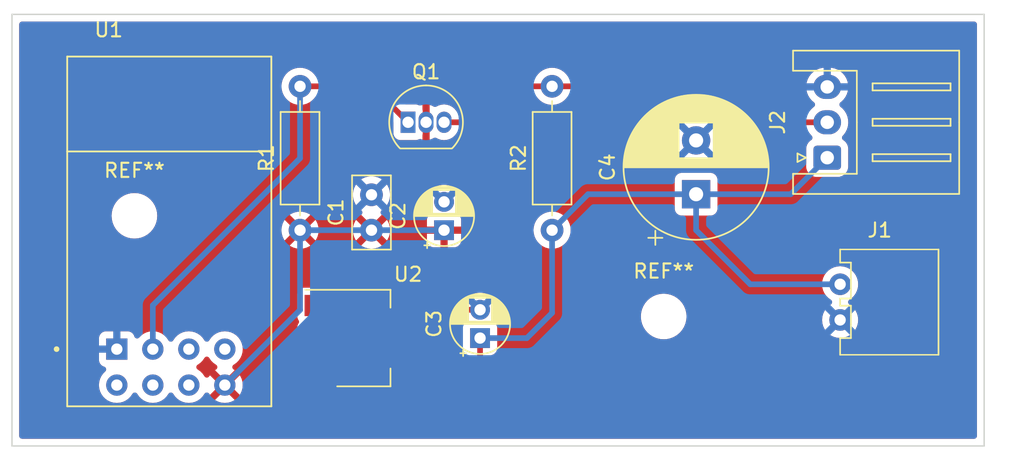
<source format=kicad_pcb>
(kicad_pcb (version 20211014) (generator pcbnew)
  (layers (0 "F.Cu" signal) (31 "B.Cu" signal) (34 "B.Paste" user) (35 "F.Paste" user) (36 "B.SilkS" user "B.Silkscreen") (37 "F.SilkS" user "F.Silkscreen") (38 "B.Mask" user) (39 "F.Mask" user) (44 "Edge.Cuts" user))
  (net 0 "")
  (net 1 "+3V3")
  (net 2 "GND")
  (net 3 "DataHigh")
  (net 4 "DataLow")
  (net 5 "+5V")
  (footprint "ESP8266-01_ESP-01:XCVR_ESP8266-01_ESP-01" (layer "F.Cu") (at 122.965 88.99)
    (fp_text reference "U1" (at -4.385 -14.235) (layer "F.SilkS"))
    (fp_text value "ESP8266-01/ESP-01")
    (fp_line (start 7.09 12.35) (end -7.31 12.35) (layer "F.SilkS") (width 0.127))
    (fp_line (start -7.31 12.35) (end -7.31 -5.65) (layer "F.SilkS") (width 0.127))
    (fp_line (start 7.09 -5.65) (end -7.31 -5.65) (layer "F.SilkS") (width 0.127))
    (fp_line (start -7.31 -5.65) (end -7.31 -12.35) (layer "F.SilkS") (width 0.127))
    (fp_line (start 7.09 -5.65) (end 7.09 12.35) (layer "F.SilkS") (width 0.127))
    (fp_line (start -7.31 -12.35) (end 7.09 -12.35) (layer "F.SilkS") (width 0.127))
    (fp_line (start 7.09 -12.35) (end 7.09 -5.65) (layer "F.SilkS") (width 0.127))
    (fp_circle (center -8.06 8.31) (end -7.96 8.31) (layer "F.SilkS") (width 0.2) (fill none))
    (pad "1" thru_hole rect locked (at -3.81 8.31) (size 1.5 1.5) (drill 0.8) (layers *.Cu *.Mask) (net 2 "GND"))
    (pad "2" thru_hole circle locked (at -1.27 8.31) (size 1.5 1.5) (drill 0.8) (layers *.Cu *.Mask) (net 4 "DataLow"))
    (pad "3" thru_hole circle locked (at 1.27 8.31) (size 1.5 1.5) (drill 0.8) (layers *.Cu *.Mask))
    (pad "4" thru_hole circle locked (at 3.81 8.31) (size 1.5 1.5) (drill 0.8) (layers *.Cu *.Mask))
    (pad "5" thru_hole circle locked (at -3.81 10.85) (size 1.5 1.5) (drill 0.8) (layers *.Cu *.Mask))
    (pad "6" thru_hole circle locked (at -1.27 10.85) (size 1.5 1.5) (drill 0.8) (layers *.Cu *.Mask))
    (pad "7" thru_hole circle locked (at 1.27 10.85) (size 1.5 1.5) (drill 0.8) (layers *.Cu *.Mask))
    (pad "8" thru_hole circle locked (at 3.81 10.85) (size 1.5 1.5) (drill 0.8) (layers *.Cu *.Mask) (net 1 "+3V3"))
    (zone (net 0) (net_name "") (layer "F.Cu") (connect_pads (clearance 0)) (min_thickness 0.01)
      (keepout (tracks not_allowed) (vias not_allowed) (pads not_allowed) (copperpour not_allowed) (footprints allowed))
      (fill (thermal_gap 0.508) (thermal_bridge_width 0.508))
      (polygon (pts (xy 115.655 76.64) (xy 130.055 76.64) (xy 130.055 83.34) (xy 115.655 83.34)))
    )
  )
  (footprint "MountingHole:MountingHole_2.2mm_M2" (layer "F.Cu") (at 120.396 87.884)
    (fp_text reference "REF**" (at 0 -3.2) (layer "F.SilkS"))
    (fp_text value "MountingHole_2.2mm_M2")
    (pad "" np_thru_hole circle (at 0 0) (size 2.2 2.2) (drill 2.2) (layers *.Cu *.Mask))
  )
  (footprint "Connector_JST:JST_XH_S3B-XH-A_1x03_P2.50mm_Horizontal" (layer "F.Cu") (at 169.27 83.78 90)
    (fp_text reference "J2" (at 2.5 -3.5 90) (layer "F.SilkS"))
    (fp_text value "WS2812")
    (fp_line (start 2.25 3.2) (end 2.25 8.7) (layer "F.SilkS") (width 0.12))
    (fp_line (start 2.75 8.7) (end 2.75 3.2) (layer "F.SilkS") (width 0.12))
    (fp_line (start 0.25 3.2) (end -0.25 3.2) (layer "F.SilkS") (width 0.12))
    (fp_line (start 0.3 -2.1) (end 0 -1.5) (layer "F.SilkS") (width 0.12))
    (fp_line (start 5.25 8.7) (end 5.25 3.2) (layer "F.SilkS") (width 0.12))
    (fp_line (start -0.25 3.2) (end -0.25 8.7) (layer "F.SilkS") (width 0.12))
    (fp_line (start -0.25 8.7) (end 0.25 8.7) (layer "F.SilkS") (width 0.12))
    (fp_line (start 4.75 8.7) (end 5.25 8.7) (layer "F.SilkS") (width 0.12))
    (fp_line (start 0 -1.5) (end -0.3 -2.1) (layer "F.SilkS") (width 0.12))
    (fp_line (start 4.75 3.2) (end 4.75 8.7) (layer "F.SilkS") (width 0.12))
    (fp_line (start -0.3 -2.1) (end 0.3 -2.1) (layer "F.SilkS") (width 0.12))
    (fp_line (start -1.14 2.09) (end 2.5 2.09) (layer "F.SilkS") (width 0.12))
    (fp_line (start 7.56 -2.41) (end 6.14 -2.41) (layer "F.SilkS") (width 0.12))
    (fp_line (start 2.25 8.7) (end 2.75 8.7) (layer "F.SilkS") (width 0.12))
    (fp_line (start 7.56 9.31) (end 7.56 -2.41) (layer "F.SilkS") (width 0.12))
    (fp_line (start 6.14 -2.41) (end 6.14 2.09) (layer "F.SilkS") (width 0.12))
    (fp_line (start 6.14 2.09) (end 2.5 2.09) (layer "F.SilkS") (width 0.12))
    (fp_line (start 5.25 3.2) (end 4.75 3.2) (layer "F.SilkS") (width 0.12))
    (fp_line (start -1.14 -2.41) (end -1.14 2.09) (layer "F.SilkS") (width 0.12))
    (fp_line (start 2.5 9.31) (end 7.56 9.31) (layer "F.SilkS") (width 0.12))
    (fp_line (start -2.56 -2.41) (end -1.14 -2.41) (layer "F.SilkS") (width 0.12))
    (fp_line (start 0.25 8.7) (end 0.25 3.2) (layer "F.SilkS") (width 0.12))
    (fp_line (start 2.5 9.31) (end -2.56 9.31) (layer "F.SilkS") (width 0.12))
    (fp_line (start -2.56 9.31) (end -2.56 -2.41) (layer "F.SilkS") (width 0.12))
    (fp_line (start 2.75 3.2) (end 2.25 3.2) (layer "F.SilkS") (width 0.12))
    (pad "1" thru_hole roundrect (at 0 0 90) (size 1.7 1.95) (drill 0.95) (layers *.Cu *.Mask) (roundrect_rratio 0.1470588235) (net 5 "+5V"))
    (pad "2" thru_hole oval (at 2.5 0 90) (size 1.7 1.95) (drill 0.95) (layers *.Cu *.Mask) (net 3 "DataHigh"))
    (pad "3" thru_hole oval (at 5 0 90) (size 1.7 1.95) (drill 0.95) (layers *.Cu *.Mask) (net 2 "GND"))
  )
  (footprint "connector_initeq:JST_XH_initeq_1_02_p2_50" (layer "F.Cu") (at 170.18 93.98)
    (fp_text reference "J1" (at 2.794 -5.08 unlocked) (layer "F.SilkS"))
    (fp_text value "DC Regulated 5V SMPS")
    (fp_line (start 0 -0.254) (end 0 0.254) (layer "F.SilkS") (width 0.12))
    (fp_line (start 0.762 -2.794) (end 0.762 -0.254) (layer "F.SilkS") (width 0.12))
    (fp_line (start 0 -3.72) (end 0 -2.794) (layer "F.SilkS") (width 0.12))
    (fp_line (start 0.762 0.254) (end 0.762 2.54) (layer "F.SilkS") (width 0.12))
    (fp_line (start 6.94 -3.72) (end 6.94 3.72) (layer "F.SilkS") (width 0.12))
    (fp_line (start 0.762 -0.254) (end 0 -0.254) (layer "F.SilkS") (width 0.12))
    (fp_line (start 0 0.254) (end 0.762 0.254) (layer "F.SilkS") (width 0.12))
    (fp_line (start 0 3.72) (end 6.94 3.72) (layer "F.SilkS") (width 0.1))
    (fp_line (start 0.762 2.54) (end 0 2.54) (layer "F.SilkS") (width 0.12))
    (fp_line (start 0 2.54) (end 0 3.72) (layer "F.SilkS") (width 0.12))
    (fp_line (start 0 -3.72) (end 6.94 -3.72) (layer "F.SilkS") (width 0.1))
    (fp_line (start 0 -2.794) (end 0.762 -2.794) (layer "F.SilkS") (width 0.12))
    (pad "1" thru_hole circle (at 0 1.26) (size 1.524 1.524) (drill 0.8) (layers *.Cu *.Mask) (net 2 "GND"))
    (pad "2" thru_hole circle (at 0 -1.26) (size 1.524 1.524) (drill 0.8) (layers *.Cu *.Mask) (net 5 "+5V"))
  )
  (footprint "Package_TO_SOT_THT:TO-92_Inline" (layer "F.Cu") (at 139.7 81.28)
    (fp_text reference "Q1" (at 1.27 -3.56) (layer "F.SilkS"))
    (fp_text value "2N7000")
    (fp_line (start -0.53 1.85) (end 3.07 1.85) (layer "F.SilkS") (width 0.12))
    (fp_arc (start 1.27 -2.6) (mid 3.672087 -0.994977) (end 3.108478 1.838478) (layer "F.SilkS") (width 0.12))
    (fp_arc (start -0.568478 1.838478) (mid -1.132087 -0.994977) (end 1.27 -2.6) (layer "F.SilkS") (width 0.12))
    (pad "1" thru_hole rect (at 0 0) (size 1.05 1.5) (drill 0.8) (layers *.Cu *.Mask) (net 4 "DataLow"))
    (pad "2" thru_hole oval (at 1.27 0) (size 1.05 1.5) (drill 0.8) (layers *.Cu *.Mask) (net 1 "+3V3"))
    (pad "3" thru_hole oval (at 2.54 0) (size 1.05 1.5) (drill 0.8) (layers *.Cu *.Mask) (net 3 "DataHigh"))
  )
  (footprint "Resistor_THT:R_Axial_DIN0207_L6.3mm_D2.5mm_P10.16mm_Horizontal" (layer "F.Cu") (at 149.86 88.9 90)
    (fp_text reference "R2" (at 5.08 -2.37 90) (layer "F.SilkS"))
    (fp_text value "10K")
    (fp_line (start 8.35 -1.37) (end 1.81 -1.37) (layer "F.SilkS") (width 0.12))
    (fp_line (start 1.81 -1.37) (end 1.81 1.37) (layer "F.SilkS") (width 0.12))
    (fp_line (start 1.04 0) (end 1.81 0) (layer "F.SilkS") (width 0.12))
    (fp_line (start 9.12 0) (end 8.35 0) (layer "F.SilkS") (width 0.12))
    (fp_line (start 8.35 1.37) (end 8.35 -1.37) (layer "F.SilkS") (width 0.12))
    (fp_line (start 1.81 1.37) (end 8.35 1.37) (layer "F.SilkS") (width 0.12))
    (pad "1" thru_hole circle (at 0 0 90) (size 1.6 1.6) (drill 0.8) (layers *.Cu *.Mask) (net 5 "+5V"))
    (pad "2" thru_hole oval (at 10.16 0 90) (size 1.6 1.6) (drill 0.8) (layers *.Cu *.Mask) (net 3 "DataHigh"))
  )
  (footprint "Capacitor_THT:CP_Radial_D4.0mm_P2.00mm" (layer "F.Cu") (at 144.78 96.52 90)
    (fp_text reference "C3" (at 1 -3.25 90) (layer "F.SilkS"))
    (fp_text value "10uF")
    (fp_line (start 2.161 -1.735) (end 2.161 -0.84) (layer "F.SilkS") (width 0.12))
    (fp_line (start 2.721 -1.2) (end 2.721 -0.84) (layer "F.SilkS") (width 0.12))
    (fp_line (start 2.201 -1.708) (end 2.201 -0.84) (layer "F.SilkS") (width 0.12))
    (fp_line (start 1.52 0.84) (end 1.52 2.016) (layer "F.SilkS") (width 0.12))
    (fp_line (start 2.641 0.84) (end 2.641 1.304) (layer "F.SilkS") (width 0.12))
    (fp_line (start 1.56 0.84) (end 1.56 2.005) (layer "F.SilkS") (width 0.12))
    (fp_line (start 2.681 -1.254) (end 2.681 -0.84) (layer "F.SilkS") (width 0.12))
    (fp_line (start 1.48 -2.025) (end 1.48 -0.84) (layer "F.SilkS") (width 0.12))
    (fp_line (start 3.041 -0.537) (end 3.041 0.537) (layer "F.SilkS") (width 0.12))
    (fp_line (start 1.4 -2.042) (end 1.4 -0.84) (layer "F.SilkS") (width 0.12))
    (fp_line (start 3.081 -0.37) (end 3.081 0.37) (layer "F.SilkS") (width 0.12))
    (fp_line (start 1.2 -2.071) (end 1.2 -0.84) (layer "F.SilkS") (width 0.12))
    (fp_line (start 1.801 0.84) (end 1.801 1.924) (layer "F.SilkS") (width 0.12))
    (fp_line (start 1.721 0.84) (end 1.721 1.954) (layer "F.SilkS") (width 0.12))
    (fp_line (start 1.64 0.84) (end 1.64 1.982) (layer "F.SilkS") (width 0.12))
    (fp_line (start 2.121 0.84) (end 2.121 1.76) (layer "F.SilkS") (width 0.12))
    (fp_line (start 2.601 0.84) (end 2.601 1.351) (layer "F.SilkS") (width 0.12))
    (fp_line (start 2.761 0.84) (end 2.761 1.142) (layer "F.SilkS") (width 0.12))
    (fp_line (start 1.24 0.84) (end 1.24 2.067) (layer "F.SilkS") (width 0.12))
    (fp_line (start 1.52 -2.016) (end 1.52 -0.84) (layer "F.SilkS") (width 0.12))
    (fp_line (start 2.881 -0.94) (end 2.881 0.94) (layer "F.SilkS") (width 0.12))
    (fp_line (start 2.801 -1.08) (end 2.801 -0.84) (layer "F.SilkS") (width 0.12))
    (fp_line (start 2.441 0.84) (end 2.441 1.516) (layer "F.SilkS") (width 0.12))
    (fp_line (start 1.2 0.84) (end 1.2 2.071) (layer "F.SilkS") (width 0.12))
    (fp_line (start 1.28 -2.062) (end 1.28 -0.84) (layer "F.SilkS") (width 0.12))
    (fp_line (start 1.961 0.84) (end 1.961 1.851) (layer "F.SilkS") (width 0.12))
    (fp_line (start 1.36 0.84) (end 1.36 2.05) (layer "F.SilkS") (width 0.12))
    (fp_line (start 1.36 -2.05) (end 1.36 -0.84) (layer "F.SilkS") (width 0.12))
    (fp_line (start 2.201 0.84) (end 2.201 1.708) (layer "F.SilkS") (width 0.12))
    (fp_line (start 2.681 0.84) (end 2.681 1.254) (layer "F.SilkS") (width 0.12))
    (fp_line (start 1.68 0.84) (end 1.68 1.968) (layer "F.SilkS") (width 0.12))
    (fp_line (start 2.121 -1.76) (end 2.121 -0.84) (layer "F.SilkS") (width 0.12))
    (fp_line (start 1.841 0.84) (end 1.841 1.907) (layer "F.SilkS") (width 0.12))
    (fp_line (start -1.269801 -1.195) (end -0.869801 -1.195) (layer "F.SilkS") (width 0.12))
    (fp_line (start 2.481 0.84) (end 2.481 1.478) (layer "F.SilkS") (width 0.12))
    (fp_line (start 1.04 -2.08) (end 1.04 2.08) (layer "F.SilkS") (width 0.12))
    (fp_line (start -1.069801 -1.395) (end -1.069801 -0.995) (layer "F.SilkS") (width 0.12))
    (fp_line (start 2.961 -0.768) (end 2.961 0.768) (layer "F.SilkS") (width 0.12))
    (fp_line (start 1.44 0.84) (end 1.44 2.034) (layer "F.SilkS") (width 0.12))
    (fp_line (start 2.241 0.84) (end 2.241 1.68) (layer "F.SilkS") (width 0.12))
    (fp_line (start 2.161 0.84) (end 2.161 1.735) (layer "F.SilkS") (width 0.12))
    (fp_line (start 2.641 -1.304) (end 2.641 -0.84) (layer "F.SilkS") (width 0.12))
    (fp_line (start 2.561 -1.396) (end 2.561 -0.84) (layer "F.SilkS") (width 0.12))
    (fp_line (start 1.4 0.84) (end 1.4 2.042) (layer "F.SilkS") (width 0.12))
    (fp_line (start 2.001 0.84) (end 2.001 1.83) (layer "F.SilkS") (width 0.12))
    (fp_line (start 1.801 -1.924) (end 1.801 -0.84) (layer "F.SilkS") (width 0.12))
    (fp_line (start 2.361 -1.587) (end 2.361 -0.84) (layer "F.SilkS") (width 0.12))
    (fp_line (start 2.081 0.84) (end 2.081 1.785) (layer "F.SilkS") (width 0.12))
    (fp_line (start 1.44 -2.034) (end 1.44 -0.84) (layer "F.SilkS") (width 0.12))
    (fp_line (start 1.761 -1.94) (end 1.761 -0.84) (layer "F.SilkS") (width 0.12))
    (fp_line (start 2.441 -1.516) (end 2.441 -0.84) (layer "F.SilkS") (width 0.12))
    (fp_line (start 2.001 -1.83) (end 2.001 -0.84) (layer "F.SilkS") (width 0.12))
    (fp_line (start 2.521 0.84) (end 2.521 1.438) (layer "F.SilkS") (width 0.12))
    (fp_line (start 2.841 -1.013) (end 2.841 1.013) (layer "F.SilkS") (width 0.12))
    (fp_line (start 1.68 -1.968) (end 1.68 -0.84) (layer "F.SilkS") (width 0.12))
    (fp_line (start 1.12 -2.077) (end 1.12 2.077) (layer "F.SilkS") (width 0.12))
    (fp_line (start 1.6 0.84) (end 1.6 1.994) (layer "F.SilkS") (width 0.12))
    (fp_line (start 1.881 -1.889) (end 1.881 -0.84) (layer "F.SilkS") (width 0.12))
    (fp_line (start 3.001 -0.664) (end 3.001 0.664) (layer "F.SilkS") (width 0.12))
    (fp_line (start 2.281 -1.65) (end 2.281 -0.84) (layer "F.SilkS") (width 0.12))
    (fp_line (start 1.761 0.84) (end 1.761 1.94) (layer "F.SilkS") (width 0.12))
    (fp_line (start 1.16 -2.074) (end 1.16 2.074) (layer "F.SilkS") (width 0.12))
    (fp_line (start 2.481 -1.478) (end 2.481 -0.84) (layer "F.SilkS") (width 0.12))
    (fp_line (start 2.601 -1.351) (end 2.601 -0.84) (layer "F.SilkS") (width 0.12))
    (fp_line (start 1.921 -1.87) (end 1.921 -0.84) (layer "F.SilkS") (width 0.12))
    (fp_line (start 2.401 0.84) (end 2.401 1.552) (layer "F.SilkS") (width 0.12))
    (fp_line (start 2.041 -1.808) (end 2.041 -0.84) (layer "F.SilkS") (width 0.12))
    (fp_line (start 2.521 -1.438) (end 2.521 -0.84) (layer "F.SilkS") (width 0.12))
    (fp_line (start 1.32 0.84) (end 1.32 2.056) (layer "F.SilkS") (width 0.12))
    (fp_line (start 1.64 -1.982) (end 1.64 -0.84) (layer "F.SilkS") (width 0.12))
    (fp_line (start 2.241 -1.68) (end 2.241 -0.84) (layer "F.SilkS") (width 0.12))
    (fp_line (start 2.721 0.84) (end 2.721 1.2) (layer "F.SilkS") (width 0.12))
    (fp_line (start 2.361 0.84) (end 2.361 1.587) (layer "F.SilkS") (width 0.12))
    (fp_line (start 2.041 0.84) (end 2.041 1.808) (layer "F.SilkS") (width 0.12))
    (fp_line (start 2.321 -1.619) (end 2.321 -0.84) (layer "F.SilkS") (width 0.12))
    (fp_line (start 2.081 -1.785) (end 2.081 -0.84) (layer "F.SilkS") (width 0.12))
    (fp_line (start 2.281 0.84) (end 2.281 1.65) (layer "F.SilkS") (width 0.12))
    (fp_line (start 2.921 -0.859) (end 2.921 0.859) (layer "F.SilkS") (width 0.12))
    (fp_line (start 1.08 -2.079) (end 1.08 2.079) (layer "F.SilkS") (width 0.12))
    (fp_line (start 1.28 0.84) (end 1.28 2.062) (layer "F.SilkS") (width 0.12))
    (fp_line (start 1.32 -2.056) (end 1.32 -0.84) (layer "F.SilkS") (width 0.12))
    (fp_line (start 1.6 -1.994) (end 1.6 -0.84) (layer "F.SilkS") (width 0.12))
    (fp_line (start 1.961 -1.851) (end 1.961 -0.84) (layer "F.SilkS") (width 0.12))
    (fp_line (start 1.881 0.84) (end 1.881 1.889) (layer "F.SilkS") (width 0.12))
    (fp_line (start 1.24 -2.067) (end 1.24 -0.84) (layer "F.SilkS") (width 0.12))
    (fp_line (start 1.841 -1.907) (end 1.841 -0.84) (layer "F.SilkS") (width 0.12))
    (fp_line (start 1 -2.08) (end 1 2.08) (layer "F.SilkS") (width 0.12))
    (fp_line (start 1.721 -1.954) (end 1.721 -0.84) (layer "F.SilkS") (width 0.12))
    (fp_line (start 1.56 -2.005) (end 1.56 -0.84) (layer "F.SilkS") (width 0.12))
    (fp_line (start 1.48 0.84) (end 1.48 2.025) (layer "F.SilkS") (width 0.12))
    (fp_line (start 2.801 0.84) (end 2.801 1.08) (layer "F.SilkS") (width 0.12))
    (fp_line (start 1.921 0.84) (end 1.921 1.87) (layer "F.SilkS") (width 0.12))
    (fp_line (start 2.561 0.84) (end 2.561 1.396) (layer "F.SilkS") (width 0.12))
    (fp_line (start 2.401 -1.552) (end 2.401 -0.84) (layer "F.SilkS") (width 0.12))
    (fp_line (start 2.761 -1.142) (end 2.761 -0.84) (layer "F.SilkS") (width 0.12))
    (fp_line (start 2.321 0.84) (end 2.321 1.619) (layer "F.SilkS") (width 0.12))
    (fp_circle (center 1 0) (end 3.12 0) (layer "F.SilkS") (width 0.12) (fill none))
    (pad "1" thru_hole rect (at 0 0 90) (size 1.4 1.4) (drill 0.8) (layers *.Cu *.Mask) (net 5 "+5V"))
    (pad "2" thru_hole circle (at 2 0 90) (size 1.4 1.4) (drill 0.8) (layers *.Cu *.Mask) (net 2 "GND"))
  )
  (footprint "Capacitor_THT:C_Disc_D5.0mm_W2.5mm_P2.50mm" (layer "F.Cu") (at 137.12 88.9 90)
    (fp_text reference "C1" (at 1.25 -2.5 90) (layer "F.SilkS"))
    (fp_text value "0.1uF")
    (fp_line (start -1.37 1.37) (end 3.87 1.37) (layer "F.SilkS") (width 0.12))
    (fp_line (start -1.37 -1.37) (end 3.87 -1.37) (layer "F.SilkS") (width 0.12))
    (fp_line (start 3.87 -1.37) (end 3.87 1.37) (layer "F.SilkS") (width 0.12))
    (fp_line (start -1.37 -1.37) (end -1.37 1.37) (layer "F.SilkS") (width 0.12))
    (pad "1" thru_hole circle (at 0 0 90) (size 1.6 1.6) (drill 0.8) (layers *.Cu *.Mask) (net 1 "+3V3"))
    (pad "2" thru_hole circle (at 2.5 0 90) (size 1.6 1.6) (drill 0.8) (layers *.Cu *.Mask) (net 2 "GND"))
  )
  (footprint "Capacitor_THT:CP_Radial_D4.0mm_P2.00mm" (layer "F.Cu") (at 142.24 88.9 90)
    (fp_text reference "C2" (at 1 -3.25 90) (layer "F.SilkS"))
    (fp_text value "10uF")
    (fp_line (start 1.04 -2.08) (end 1.04 2.08) (layer "F.SilkS") (width 0.12))
    (fp_line (start 1.44 -2.034) (end 1.44 -0.84) (layer "F.SilkS") (width 0.12))
    (fp_line (start 2.961 -0.768) (end 2.961 0.768) (layer "F.SilkS") (width 0.12))
    (fp_line (start 2.881 -0.94) (end 2.881 0.94) (layer "F.SilkS") (width 0.12))
    (fp_line (start -1.069801 -1.395) (end -1.069801 -0.995) (layer "F.SilkS") (width 0.12))
    (fp_line (start 2.681 -1.254) (end 2.681 -0.84) (layer "F.SilkS") (width 0.12))
    (fp_line (start 1.16 -2.074) (end 1.16 2.074) (layer "F.SilkS") (width 0.12))
    (fp_line (start 1.801 0.84) (end 1.801 1.924) (layer "F.SilkS") (width 0.12))
    (fp_line (start 2.801 0.84) (end 2.801 1.08) (layer "F.SilkS") (width 0.12))
    (fp_line (start 1.52 -2.016) (end 1.52 -0.84) (layer "F.SilkS") (width 0.12))
    (fp_line (start 2.481 -1.478) (end 2.481 -0.84) (layer "F.SilkS") (width 0.12))
    (fp_line (start 1.32 0.84) (end 1.32 2.056) (layer "F.SilkS") (width 0.12))
    (fp_line (start 1.841 0.84) (end 1.841 1.907) (layer "F.SilkS") (width 0.12))
    (fp_line (start 1.2 -2.071) (end 1.2 -0.84) (layer "F.SilkS") (width 0.12))
    (fp_line (start 2.801 -1.08) (end 2.801 -0.84) (layer "F.SilkS") (width 0.12))
    (fp_line (start 1.761 -1.94) (end 1.761 -0.84) (layer "F.SilkS") (width 0.12))
    (fp_line (start 1.12 -2.077) (end 1.12 2.077) (layer "F.SilkS") (width 0.12))
    (fp_line (start 1.32 -2.056) (end 1.32 -0.84) (layer "F.SilkS") (width 0.12))
    (fp_line (start 1.6 -1.994) (end 1.6 -0.84) (layer "F.SilkS") (width 0.12))
    (fp_line (start 2.081 -1.785) (end 2.081 -0.84) (layer "F.SilkS") (width 0.12))
    (fp_line (start 2.321 0.84) (end 2.321 1.619) (layer "F.SilkS") (width 0.12))
    (fp_line (start 2.441 -1.516) (end 2.441 -0.84) (layer "F.SilkS") (width 0.12))
    (fp_line (start 1.881 0.84) (end 1.881 1.889) (layer "F.SilkS") (width 0.12))
    (fp_line (start 1 -2.08) (end 1 2.08) (layer "F.SilkS") (width 0.12))
    (fp_line (start 1.841 -1.907) (end 1.841 -0.84) (layer "F.SilkS") (width 0.12))
    (fp_line (start 2.361 -1.587) (end 2.361 -0.84) (layer "F.SilkS") (width 0.12))
    (fp_line (start 2.481 0.84) (end 2.481 1.478) (layer "F.SilkS") (width 0.12))
    (fp_line (start 2.401 0.84) (end 2.401 1.552) (layer "F.SilkS") (width 0.12))
    (fp_line (start 2.121 0.84) (end 2.121 1.76) (layer "F.SilkS") (width 0.12))
    (fp_line (start 1.68 -1.968) (end 1.68 -0.84) (layer "F.SilkS") (width 0.12))
    (fp_line (start 2.921 -0.859) (end 2.921 0.859) (layer "F.SilkS") (width 0.12))
    (fp_line (start 1.28 -2.062) (end 1.28 -0.84) (layer "F.SilkS") (width 0.12))
    (fp_line (start 1.2 0.84) (end 1.2 2.071) (layer "F.SilkS") (width 0.12))
    (fp_line (start 2.161 0.84) (end 2.161 1.735) (layer "F.SilkS") (width 0.12))
    (fp_line (start 1.721 0.84) (end 1.721 1.954) (layer "F.SilkS") (width 0.12))
    (fp_line (start 2.321 -1.619) (end 2.321 -0.84) (layer "F.SilkS") (width 0.12))
    (fp_line (start 2.641 -1.304) (end 2.641 -0.84) (layer "F.SilkS") (width 0.12))
    (fp_line (start 2.401 -1.552) (end 2.401 -0.84) (layer "F.SilkS") (width 0.12))
    (fp_line (start 1.52 0.84) (end 1.52 2.016) (layer "F.SilkS") (width 0.12))
    (fp_line (start 1.921 0.84) (end 1.921 1.87) (layer "F.SilkS") (width 0.12))
    (fp_line (start 2.241 -1.68) (end 2.241 -0.84) (layer "F.SilkS") (width 0.12))
    (fp_line (start 1.56 0.84) (end 1.56 2.005) (layer "F.SilkS") (width 0.12))
    (fp_line (start 2.681 0.84) (end 2.681 1.254) (layer "F.SilkS") (width 0.12))
    (fp_line (start 1.64 0.84) (end 1.64 1.982) (layer "F.SilkS") (width 0.12))
    (fp_line (start 2.201 -1.708) (end 2.201 -0.84) (layer "F.SilkS") (width 0.12))
    (fp_line (start 3.081 -0.37) (end 3.081 0.37) (layer "F.SilkS") (width 0.12))
    (fp_line (start 1.801 -1.924) (end 1.801 -0.84) (layer "F.SilkS") (width 0.12))
    (fp_line (start 1.68 0.84) (end 1.68 1.968) (layer "F.SilkS") (width 0.12))
    (fp_line (start 2.761 0.84) (end 2.761 1.142) (layer "F.SilkS") (width 0.12))
    (fp_line (start 1.4 -2.042) (end 1.4 -0.84) (layer "F.SilkS") (width 0.12))
    (fp_line (start 2.761 -1.142) (end 2.761 -0.84) (layer "F.SilkS") (width 0.12))
    (fp_line (start 2.001 -1.83) (end 2.001 -0.84) (layer "F.SilkS") (width 0.12))
    (fp_line (start 2.281 -1.65) (end 2.281 -0.84) (layer "F.SilkS") (width 0.12))
    (fp_line (start 2.601 -1.351) (end 2.601 -0.84) (layer "F.SilkS") (width 0.12))
    (fp_line (start 1.44 0.84) (end 1.44 2.034) (layer "F.SilkS") (width 0.12))
    (fp_line (start 1.08 -2.079) (end 1.08 2.079) (layer "F.SilkS") (width 0.12))
    (fp_line (start 1.6 0.84) (end 1.6 1.994) (layer "F.SilkS") (width 0.12))
    (fp_line (start 2.441 0.84) (end 2.441 1.516) (layer "F.SilkS") (width 0.12))
    (fp_line (start 1.881 -1.889) (end 1.881 -0.84) (layer "F.SilkS") (width 0.12))
    (fp_line (start 2.041 -1.808) (end 2.041 -0.84) (layer "F.SilkS") (width 0.12))
    (fp_line (start 1.56 -2.005) (end 1.56 -0.84) (layer "F.SilkS") (width 0.12))
    (fp_line (start 3.041 -0.537) (end 3.041 0.537) (layer "F.SilkS") (width 0.12))
    (fp_line (start 2.521 0.84) (end 2.521 1.438) (layer "F.SilkS") (width 0.12))
    (fp_line (start 1.48 -2.025) (end 1.48 -0.84) (layer "F.SilkS") (width 0.12))
    (fp_line (start 1.28 0.84) (end 1.28 2.062) (layer "F.SilkS") (width 0.12))
    (fp_line (start 1.24 -2.067) (end 1.24 -0.84) (layer "F.SilkS") (width 0.12))
    (fp_line (start 2.641 0.84) (end 2.641 1.304) (layer "F.SilkS") (width 0.12))
    (fp_line (start 2.121 -1.76) (end 2.121 -0.84) (layer "F.SilkS") (width 0.12))
    (fp_line (start 2.721 0.84) (end 2.721 1.2) (layer "F.SilkS") (width 0.12))
    (fp_line (start 1.961 -1.851) (end 1.961 -0.84) (layer "F.SilkS") (width 0.12))
    (fp_line (start 2.281 0.84) (end 2.281 1.65) (layer "F.SilkS") (width 0.12))
    (fp_line (start 2.241 0.84) (end 2.241 1.68) (layer "F.SilkS") (width 0.12))
    (fp_line (start 3.001 -0.664) (end 3.001 0.664) (layer "F.SilkS") (width 0.12))
    (fp_line (start 2.041 0.84) (end 2.041 1.808) (layer "F.SilkS") (width 0.12))
    (fp_line (start 1.36 0.84) (end 1.36 2.05) (layer "F.SilkS") (width 0.12))
    (fp_line (start 2.561 -1.396) (end 2.561 -0.84) (layer "F.SilkS") (width 0.12))
    (fp_line (start 2.001 0.84) (end 2.001 1.83) (layer "F.SilkS") (width 0.12))
    (fp_line (start 2.841 -1.013) (end 2.841 1.013) (layer "F.SilkS") (width 0.12))
    (fp_line (start 2.561 0.84) (end 2.561 1.396) (layer "F.SilkS") (width 0.12))
    (fp_line (start 2.161 -1.735) (end 2.161 -0.84) (layer "F.SilkS") (width 0.12))
    (fp_line (start 1.4 0.84) (end 1.4 2.042) (layer "F.SilkS") (width 0.12))
    (fp_line (start 2.361 0.84) (end 2.361 1.587) (layer "F.SilkS") (width 0.12))
    (fp_line (start 1.36 -2.05) (end 1.36 -0.84) (layer "F.SilkS") (width 0.12))
    (fp_line (start 1.921 -1.87) (end 1.921 -0.84) (layer "F.SilkS") (width 0.12))
    (fp_line (start 1.48 0.84) (end 1.48 2.025) (layer "F.SilkS") (width 0.12))
    (fp_line (start 1.24 0.84) (end 1.24 2.067) (layer "F.SilkS") (width 0.12))
    (fp_line (start 2.081 0.84) (end 2.081 1.785) (layer "F.SilkS") (width 0.12))
    (fp_line (start 2.601 0.84) (end 2.601 1.351) (layer "F.SilkS") (width 0.12))
    (fp_line (start 2.721 -1.2) (end 2.721 -0.84) (layer "F.SilkS") (width 0.12))
    (fp_line (start 1.721 -1.954) (end 1.721 -0.84) (layer "F.SilkS") (width 0.12))
    (fp_line (start 2.521 -1.438) (end 2.521 -0.84) (layer "F.SilkS") (width 0.12))
    (fp_line (start 1.961 0.84) (end 1.961 1.851) (layer "F.SilkS") (width 0.12))
    (fp_line (start 1.64 -1.982) (end 1.64 -0.84) (layer "F.SilkS") (width 0.12))
    (fp_line (start 2.201 0.84) (end 2.201 1.708) (layer "F.SilkS") (width 0.12))
    (fp_line (start -1.269801 -1.195) (end -0.869801 -1.195) (layer "F.SilkS") (width 0.12))
    (fp_line (start 1.761 0.84) (end 1.761 1.94) (layer "F.SilkS") (width 0.12))
    (fp_circle (center 1 0) (end 3.12 0) (layer "F.SilkS") (width 0.12) (fill none))
    (pad "1" thru_hole rect (at 0 0 90) (size 1.4 1.4) (drill 0.8) (layers *.Cu *.Mask) (net 1 "+3V3"))
    (pad "2" thru_hole circle (at 2 0 90) (size 1.4 1.4) (drill 0.8) (layers *.Cu *.Mask) (net 2 "GND"))
  )
  (footprint "MountingHole:MountingHole_2.2mm_M2" (layer "F.Cu") (at 157.734 94.996)
    (fp_text reference "REF**" (at 0 -3.2) (layer "F.SilkS"))
    (fp_text value "MountingHole_2.2mm_M2")
    (pad "" np_thru_hole circle (at 0 0) (size 2.2 2.2) (drill 2.2) (layers *.Cu *.Mask))
  )
  (footprint "Capacitor_THT:CP_Radial_D10.0mm_P3.80mm" (layer "F.Cu") (at 160.02 86.36 90)
    (fp_text reference "C4" (at 1.9 -6.25 90) (layer "F.SilkS"))
    (fp_text value "1000uF")
    (fp_line (start 4.461 -4.395) (end 4.461 -1.241) (layer "F.SilkS") (width 0.12))
    (fp_line (start 4.021 1.241) (end 4.021 4.621) (layer "F.SilkS") (width 0.12))
    (fp_line (start 3.821 1.241) (end 3.821 4.707) (layer "F.SilkS") (width 0.12))
    (fp_line (start 4.821 -4.166) (end 4.821 -1.241) (layer "F.SilkS") (width 0.12))
    (fp_line (start 6.061 -2.945) (end 6.061 2.945) (layer "F.SilkS") (width 0.12))
    (fp_line (start 5.101 -3.957) (end 5.101 3.957) (layer "F.SilkS") (width 0.12))
    (fp_line (start 4.341 -4.462) (end 4.341 -1.241) (layer "F.SilkS") (width 0.12))
    (fp_line (start 2.02 -5.079) (end 2.02 5.079) (layer "F.SilkS") (width 0.12))
    (fp_line (start 5.181 -3.892) (end 5.181 3.892) (layer "F.SilkS") (width 0.12))
    (fp_line (start 4.101 1.241) (end 4.101 4.584) (layer "F.SilkS") (width 0.12))
    (fp_line (start 5.741 -3.347) (end 5.741 3.347) (layer "F.SilkS") (width 0.12))
    (fp_line (start 3.301 -4.885) (end 3.301 -1.241) (layer "F.SilkS") (width 0.12))
    (fp_line (start 3.341 1.241) (end 3.341 4.874) (layer "F.SilkS") (width 0.12))
    (fp_line (start 3.221 1.241) (end 3.221 4.907) (layer "F.SilkS") (width 0.12))
    (fp_line (start 4.581 1.241) (end 4.581 4.323) (layer "F.SilkS") (width 0.12))
    (fp_line (start 2.58 -5.035) (end 2.58 -1.241) (layer "F.SilkS") (width 0.12))
    (fp_line (start 3.861 -4.69) (end 3.861 -1.241) (layer "F.SilkS") (width 0.12))
    (fp_line (start 2.901 1.241) (end 2.901 4.982) (layer "F.SilkS") (width 0.12))
    (fp_line (start 3.701 -4.754) (end 3.701 -1.241) (layer "F.SilkS") (width 0.12))
    (fp_line (start 2.42 -5.054) (end 2.42 5.054) (layer "F.SilkS") (width 0.12))
    (fp_line (start 3.461 -4.837) (end 3.461 -1.241) (layer "F.SilkS") (width 0.12))
    (fp_line (start 2.58 1.241) (end 2.58 5.035) (layer "F.SilkS") (width 0.12))
    (fp_line (start 2.861 1.241) (end 2.861 4.99) (layer "F.SilkS") (width 0.12))
    (fp_line (start 4.101 -4.584) (end 4.101 -1.241) (layer "F.SilkS") (width 0.12))
    (fp_line (start 3.381 1.241) (end 3.381 4.862) (layer "F.SilkS") (width 0.12))
    (fp_line (start 4.541 1.241) (end 4.541 4.347) (layer "F.SilkS") (width 0.12))
    (fp_line (start 6.821 -1.378) (end 6.821 1.378) (layer "F.SilkS") (width 0.12))
    (fp_line (start 3.021 1.241) (end 3.021 4.956) (layer "F.SilkS") (width 0.12))
    (fp_line (start 3.621 1.241) (end 3.621 4.783) (layer "F.SilkS") (width 0.12))
    (fp_line (start 6.941 -0.862) (end 6.941 0.862) (layer "F.SilkS") (width 0.12))
    (fp_line (start 3.221 -4.907) (end 3.221 -1.241) (layer "F.SilkS") (width 0.12))
    (fp_line (start 3.021 -4.956) (end 3.021 -1.241) (layer "F.SilkS") (width 0.12))
    (fp_line (start 6.861 -1.23) (end 6.861 1.23) (layer "F.SilkS") (width 0.12))
    (fp_line (start 3.061 1.241) (end 3.061 4.947) (layer "F.SilkS") (width 0.12))
    (fp_line (start 6.621 -1.944) (end 6.621 1.944) (layer "F.SilkS") (width 0.12))
    (fp_line (start 6.541 -2.125) (end 6.541 2.125) (layer "F.SilkS") (width 0.12))
    (fp_line (start 6.501 -2.209) (end 6.501 2.209) (layer "F.SilkS") (width 0.12))
    (fp_line (start 2.621 -5.03) (end 2.621 -1.241) (layer "F.SilkS") (width 0.12))
    (fp_line (start 4.621 -4.298) (end 4.621 -1.241) (layer "F.SilkS") (width 0.12))
    (fp_line (start 2.38 -5.058) (end 2.38 5.058) (layer "F.SilkS") (width 0.12))
    (fp_line (start 5.981 -3.054) (end 5.981 3.054) (layer "F.SilkS") (width 0.12))
    (fp_line (start 3.701 1.241) (end 3.701 4.754) (layer "F.SilkS") (width 0.12))
    (fp_line (start 3.941 1.241) (end 3.941 4.657) (layer "F.SilkS") (width 0.12))
    (fp_line (start 4.061 1.241) (end 4.061 4.603) (layer "F.SilkS") (width 0.12))
    (fp_line (start 3.981 1.241) (end 3.981 4.639) (layer "F.SilkS") (width 0.12))
    (fp_line (start 6.981 -0.599) (end 6.981 0.599) (layer "F.SilkS") (width 0.12))
    (fp_line (start 3.781 1.241) (end 3.781 4.723) (layer "F.SilkS") (width 0.12))
    (fp_line (start 3.541 -4.811) (end 3.541 -1.241) (layer "F.SilkS") (width 0.12))
    (fp_line (start 4.061 -4.603) (end 4.061 -1.241) (layer "F.SilkS") (width 0.12))
    (fp_line (start 4.221 -4.525) (end 4.221 -1.241) (layer "F.SilkS") (width 0.12))
    (fp_line (start 3.661 1.241) (end 3.661 4.768) (layer "F.SilkS") (width 0.12))
    (fp_line (start 2.661 1.241) (end 2.661 5.024) (layer "F.SilkS") (width 0.12))
    (fp_line (start 4.381 -4.44) (end 4.381 -1.241) (layer "F.SilkS") (width 0.12))
    (fp_line (start 4.981 1.241) (end 4.981 4.05) (layer "F.SilkS") (width 0.12))
    (fp_line (start 5.581 -3.52) (end 5.581 3.52) (layer "F.SilkS") (width 0.12))
    (fp_line (start 6.381 -2.439) (end 6.381 2.439) (layer "F.SilkS") (width 0.12))
    (fp_line (start 2.621 1.241) (end 2.621 5.03) (layer "F.SilkS") (width 0.12))
    (fp_line (start 4.901 1.241) (end 4.901 4.11) (layer "F.SilkS") (width 0.12))
    (fp_line (start 5.461 -3.64) (end 5.461 3.64) (layer "F.SilkS") (width 0.12))
    (fp_line (start 2.54 -5.04) (end 2.54 5.04) (layer "F.SilkS") (width 0.12))
    (fp_line (start 3.901 1.241) (end 3.901 4.674) (layer "F.SilkS") (width 0.12))
    (fp_line (start 6.021 -3) (end 6.021 3) (layer "F.SilkS") (width 0.12))
    (fp_line (start 3.461 1.241) (end 3.461 4.837) (layer "F.SilkS") (width 0.12))
    (fp_line (start 4.781 -4.194) (end 4.781 -1.241) (layer "F.SilkS") (width 0.12))
    (fp_line (start 3.581 -4.797) (end 3.581 -1.241) (layer "F.SilkS") (width 0.12))
    (fp_line (start 5.821 -3.254) (end 5.821 3.254) (layer "F.SilkS") (width 0.12))
    (fp_line (start 4.341 1.241) (end 4.341 4.462) (layer "F.SilkS") (width 0.12))
    (fp_line (start 2.46 -5.05) (end 2.46 5.05) (layer "F.SilkS") (width 0.12))
    (fp_line (start 6.221 -2.709) (end 6.221 2.709) (layer "F.SilkS") (width 0.12))
    (fp_line (start 2.781 -5.004) (end 2.781 -1.241) (layer "F.SilkS") (width 0.12))
    (fp_line (start 3.341 -4.874) (end 3.341 -1.241) (layer "F.SilkS") (width 0.12))
    (fp_line (start 5.261 -3.824) (end 5.261 3.824) (layer "F.SilkS") (width 0.12))
    (fp_line (start 3.261 -4.897) (end 3.261 -1.241) (layer "F.SilkS") (width 0.12))
    (fp_line (start 5.861 -3.206) (end 5.861 3.206) (layer "F.SilkS") (width 0.12))
    (fp_line (start 2.741 -5.011) (end 2.741 -1.241) (layer "F.SilkS") (width 0.12))
    (fp_line (start 3.941 -4.657) (end 3.941 -1.241) (layer "F.SilkS") (width 0.12))
    (fp_line (start 4.661 1.241) (end 4.661 4.273) (layer "F.SilkS") (width 0.12))
    (fp_line (start 5.381 -3.716) (end 5.381 3.716) (layer "F.SilkS") (width 0.12))
    (fp_line (start 2.3 -5.065) (end 2.3 5.065) (layer "F.SilkS") (width 0.12))
    (fp_line (start 3.741 1.241) (end 3.741 4.738) (layer "F.SilkS") (width 0.12))
    (fp_line (start 2.1 -5.077) (end 2.1 5.077) (layer "F.SilkS") (width 0.12))
    (fp_line (start 3.621 -4.783) (end 3.621 -1.241) (layer "F.SilkS") (width 0.12))
    (fp_line (start 5.901 -3.156) (end 5.901 3.156) (layer "F.SilkS") (width 0.12))
    (fp_line (start -3.579646 -2.875) (end -2.579646 -2.875) (layer "F.SilkS") (width 0.12))
    (fp_line (start 3.381 -4.862) (end 3.381 -1.241) (layer "F.SilkS") (width 0.12))
    (fp_line (start 4.501 -4.371) (end 4.501 -1.241) (layer "F.SilkS") (width 0.12))
    (fp_line (start 3.861 1.241) (end 3.861 4.69) (layer "F.SilkS") (width 0.12))
    (fp_line (start 3.061 -4.947) (end 3.061 -1.241) (layer "F.SilkS") (width 0.12))
    (fp_line (start 2.821 -4.997) (end 2.821 -1.241) (layer "F.SilkS") (width 0.12))
    (fp_line (start 6.341 -2.51) (end 6.341 2.51) (layer "F.SilkS") (width 0.12))
    (fp_line (start 3.581 1.241) (end 3.581 4.797) (layer "F.SilkS") (width 0.12))
    (fp_line (start 5.021 -4.02) (end 5.021 -1.241) (layer "F.SilkS") (width 0.12))
    (fp_line (start 2.981 -4.965) (end 2.981 -1.241) (layer "F.SilkS") (width 0.12))
    (fp_line (start 1.94 -5.08) (end 1.94 5.08) (layer "F.SilkS") (width 0.12))
    (fp_line (start 3.421 1.241) (end 3.421 4.85) (layer "F.SilkS") (width 0.12))
    (fp_line (start 3.501 1.241) (end 3.501 4.824) (layer "F.SilkS") (width 0.12))
    (fp_line (start -3.079646 -3.375) (end -3.079646 -2.375) (layer "F.SilkS") (width 0.12))
    (fp_line (start 4.621 1.241) (end 4.621 4.298) (layer "F.SilkS") (width 0.12))
    (fp_line (start 4.301 -4.483) (end 4.301 -1.241) (layer "F.SilkS") (width 0.12))
    (fp_line (start 5.541 -3.561) (end 5.541 3.561) (layer "F.SilkS") (width 0.12))
    (fp_line (start 5.941 -3.106) (end 5.941 3.106) (layer "F.SilkS") (width 0.12))
    (fp_line (start 2.861 -4.99) (end 2.861 -1.241) (layer "F.SilkS") (width 0.12))
    (fp_line (start 6.701 -1.742) (end 6.701 1.742) (layer "F.SilkS") (width 0.12))
    (fp_line (start 4.901 -4.11) (end 4.901 -1.241) (layer "F.SilkS") (width 0.12))
    (fp_line (start 4.581 -4.323) (end 4.581 -1.241) (layer "F.SilkS") (width 0.12))
    (fp_line (start 4.181 1.241) (end 4.181 4.545) (layer "F.SilkS") (width 0.12))
    (fp_line (start 4.461 1.241) (end 4.461 4.395) (layer "F.SilkS") (width 0.12))
    (fp_line (start 2.06 -5.078) (end 2.06 5.078) (layer "F.SilkS") (width 0.12))
    (fp_line (start 4.421 1.241) (end 4.421 4.417) (layer "F.SilkS") (width 0.12))
    (fp_line (start 4.701 1.241) (end 4.701 4.247) (layer "F.SilkS") (width 0.12))
    (fp_line (start 2.821 1.241) (end 2.821 4.997) (layer "F.SilkS") (width 0.12))
    (fp_line (start 3.541 1.241) (end 3.541 4.811) (layer "F.SilkS") (width 0.12))
    (fp_line (start 4.861 -4.138) (end 4.861 -1.241) (layer "F.SilkS") (width 0.12))
    (fp_line (start 2.941 1.241) (end 2.941 4.974) (layer "F.SilkS") (width 0.12))
    (fp_line (start 6.141 -2.83) (end 6.141 2.83) (layer "F.SilkS") (width 0.12))
    (fp_line (start 4.541 -4.347) (end 4.541 -1.241) (layer "F.SilkS") (width 0.12))
    (fp_line (start 4.141 -4.564) (end 4.141 -1.241) (layer "F.SilkS") (width 0.12))
    (fp_line (start 3.141 -4.928) (end 3.141 -1.241) (layer "F.SilkS") (width 0.12))
    (fp_line (start 5.341 -3.753) (end 5.341 3.753) (layer "F.SilkS") (width 0.12))
    (fp_line (start 2.981 1.241) (end 2.981 4.965) (layer "F.SilkS") (width 0.12))
    (fp_line (start 5.781 -3.301) (end 5.781 3.301) (layer "F.SilkS") (width 0.12))
    (fp_line (start 6.741 -1.63) (end 6.741 1.63) (layer "F.SilkS") (width 0.12))
    (fp_line (start 3.661 -4.768) (end 3.661 -1.241) (layer "F.SilkS") (width 0.12))
    (fp_line (start 4.381 1.241) (end 4.381 4.44) (layer "F.SilkS") (width 0.12))
    (fp_line (start 4.941 1.241) (end 4.941 4.08) (layer "F.SilkS") (width 0.12))
    (fp_line (start 2.941 -4.974) (end 2.941 -1.241) (layer "F.SilkS") (width 0.12))
    (fp_line (start 4.701 -4.247) (end 4.701 -1.241) (layer "F.SilkS") (width 0.12))
    (fp_line (start 6.781 -1.51) (end 6.781 1.51) (layer "F.SilkS") (width 0.12))
    (fp_line (start 3.901 -4.674) (end 3.901 -1.241) (layer "F.SilkS") (width 0.12))
    (fp_line (start 5.301 -3.789) (end 5.301 3.789) (layer "F.SilkS") (width 0.12))
    (fp_line (start 4.021 -4.621) (end 4.021 -1.241) (layer "F.SilkS") (width 0.12))
    (fp_line (start 6.421 -2.365) (end 6.421 2.365) (layer "F.SilkS") (width 0.12))
    (fp_line (start 3.741 -4.738) (end 3.741 -1.241) (layer "F.SilkS") (width 0.12))
    (fp_line (start 3.781 -4.723) (end 3.781 -1.241) (layer "F.SilkS") (width 0.12))
    (fp_line (start 3.141 1.241) (end 3.141 4.928) (layer "F.SilkS") (width 0.12))
    (fp_line (start 5.141 -3.925) (end 5.141 3.925) (layer "F.SilkS") (width 0.12))
    (fp_line (start 3.181 1.241) (end 3.181 4.918) (layer "F.SilkS") (width 0.12))
    (fp_line (start 3.421 -4.85) (end 3.421 -1.241) (layer "F.SilkS") (width 0.12))
    (fp_line (start 6.301 -2.579) (end 6.301 2.579) (layer "F.SilkS") (width 0.12))
    (fp_line (start 6.461 -2.289) (end 6.461 2.289) (layer "F.SilkS") (width 0.12))
    (fp_line (start 6.581 -2.037) (end 6.581 2.037) (layer "F.SilkS") (width 0.12))
    (fp_line (start 2.701 -5.018) (end 2.701 -1.241) (layer "F.SilkS") (width 0.12))
    (fp_line (start 6.261 -2.645) (end 6.261 2.645) (layer "F.SilkS") (width 0.12))
    (fp_line (start 5.021 1.241) (end 5.021 4.02) (layer "F.SilkS") (width 0.12))
    (fp_line (start 5.701 -3.392) (end 5.701 3.392) (layer "F.SilkS") (width 0.12))
    (fp_line (start 4.741 -4.221) (end 4.741 -1.241) (layer "F.SilkS") (width 0.12))
    (fp_line (start 4.861 1.241) (end 4.861 4.138) (layer "F.SilkS") (width 0.12))
    (fp_line (start 3.261 1.241) (end 3.261 4.897) (layer "F.SilkS") (width 0.12))
    (fp_line (start 4.421 -4.417) (end 4.421 -1.241) (layer "F.SilkS") (width 0.12))
    (fp_line (start 2.5 -5.045) (end 2.5 5.045) (layer "F.SilkS") (width 0.12))
    (fp_line (start 2.18 -5.073) (end 2.18 5.073) (layer "F.SilkS") (width 0.12))
    (fp_line (start 6.181 -2.77) (end 6.181 2.77) (layer "F.SilkS") (width 0.12))
    (fp_line (start 5.061 -3.989) (end 5.061 3.989) (layer "F.SilkS") (width 0.12))
    (fp_line (start 4.661 -4.273) (end 4.661 -1.241) (layer "F.SilkS") (width 0.12))
    (fp_line (start 3.301 1.241) (end 3.301 4.885) (layer "F.SilkS") (width 0.12))
    (fp_line (start 4.221 1.241) (end 4.221 4.525) (layer "F.SilkS") (width 0.12))
    (fp_line (start 5.221 -3.858) (end 5.221 3.858) (layer "F.SilkS") (width 0.12))
    (fp_line (start 4.981 -4.05) (end 4.981 -1.241) (layer "F.SilkS") (width 0.12))
    (fp_line (start 2.661 -5.024) (end 2.661 -1.241) (layer "F.SilkS") (width 0.12))
    (fp_line (start 3.101 1.241) (end 3.101 4.938) (layer "F.SilkS") (width 0.12))
    (fp_line (start 4.941 -4.08) (end 4.941 -1.241) (layer "F.SilkS") (width 0.12))
    (fp_line (start 4.181 -4.545) (end 4.181 -1.241) (layer "F.SilkS") (width 0.12))
    (fp_line (start 3.821 -4.707) (end 3.821 -1.241) (layer "F.SilkS") (width 0.12))
    (fp_line (start 3.181 -4.918) (end 3.181 -1.241) (layer "F.SilkS") (width 0.12))
    (fp_line (start 4.741 1.241) (end 4.741 4.221) (layer "F.SilkS") (width 0.12))
    (fp_line (start 2.781 1.241) (end 2.781 5.004) (layer "F.SilkS") (width 0.12))
    (fp_line (start 4.821 1.241) (end 4.821 4.166) (layer "F.SilkS") (width 0.12))
    (fp_line (start 4.141 1.241) (end 4.141 4.564) (layer "F.SilkS") (width 0.12))
    (fp_line (start 5.421 -3.679) (end 5.421 3.679) (layer "F.SilkS") (width 0.12))
    (fp_line (start 2.741 1.241) (end 2.741 5.011) (layer "F.SilkS") (width 0.12))
    (fp_line (start 6.661 -1.846) (end 6.661 1.846) (layer "F.SilkS") (width 0.12))
    (fp_line (start 6.101 -2.889) (end 6.101 2.889) (layer "F.SilkS") (width 0.12))
    (fp_line (start 2.34 -5.062) (end 2.34 5.062) (layer "F.SilkS") (width 0.12))
    (fp_line (start 6.901 -1.062) (end 6.901 1.062) (layer "F.SilkS") (width 0.12))
    (fp_line (start 1.9 -5.08) (end 1.9 5.08) (layer "F.SilkS") (width 0.12))
    (fp_line (start 5.621 -3.478) (end 5.621 3.478) (layer "F.SilkS") (width 0.12))
    (fp_line (start 2.26 -5.068) (end 2.26 5.068) (layer "F.SilkS") (width 0.12))
    (fp_line (start 3.981 -4.639) (end 3.981 -1.241) (layer "F.SilkS") (width 0.12))
    (fp_line (start 4.781 1.241) (end 4.781 4.194) (layer "F.SilkS") (width 0.12))
    (fp_line (start 1.98 -5.08) (end 1.98 5.08) (layer "F.SilkS") (width 0.12))
    (fp_line (start 5.661 -3.436) (end 5.661 3.436) (layer "F.SilkS") (width 0.12))
    (fp_line (start 4.501 1.241) (end 4.501 4.371) (layer "F.SilkS") (width 0.12))
    (fp_line (start 3.501 -4.824) (end 3.501 -1.241) (layer "F.SilkS") (width 0.12))
    (fp_line (start 2.701 1.241) (end 2.701 5.018) (layer "F.SilkS") (width 0.12))
    (fp_line (start 4.301 1.241) (end 4.301 4.483) (layer "F.SilkS") (width 0.12))
    (fp_line (start 2.14 -5.075) (end 2.14 5.075) (layer "F.SilkS") (width 0.12))
    (fp_line (start 4.261 -4.504) (end 4.261 -1.241) (layer "F.SilkS") (width 0.12))
    (fp_line (start 3.101 -4.938) (end 3.101 -1.241) (layer "F.SilkS") (width 0.12))
    (fp_line (start 4.261 1.241) (end 4.261 4.504) (layer "F.SilkS") (width 0.12))
    (fp_line (start 2.22 -5.07) (end 2.22 5.07) (layer "F.SilkS") (width 0.12))
    (fp_line (start 5.501 -3.601) (end 5.501 3.601) (layer "F.SilkS") (width 0.12))
    (fp_line (start 2.901 -4.982) (end 2.901 -1.241) (layer "F.SilkS") (width 0.12))
    (fp_circle (center 1.9 0) (end 7.02 0) (layer "F.SilkS") (width 0.12) (fill none))
    (pad "1" thru_hole rect (at 0 0 90) (size 2 2) (drill 1) (layers *.Cu *.Mask) (net 5 "+5V"))
    (pad "2" thru_hole circle (at 3.8 0 90) (size 2 2) (drill 1) (layers *.Cu *.Mask) (net 2 "GND"))
  )
  (footprint "Resistor_THT:R_Axial_DIN0207_L6.3mm_D2.5mm_P10.16mm_Horizontal" (layer "F.Cu") (at 132.08 88.9 90)
    (fp_text reference "R1" (at 5.08 -2.37 90) (layer "F.SilkS"))
    (fp_text value "10K")
    (fp_line (start 8.35 -1.37) (end 1.81 -1.37) (layer "F.SilkS") (width 0.12))
    (fp_line (start 8.35 1.37) (end 8.35 -1.37) (layer "F.SilkS") (width 0.12))
    (fp_line (start 1.81 1.37) (end 8.35 1.37) (layer "F.SilkS") (width 0.12))
    (fp_line (start 9.12 0) (end 8.35 0) (layer "F.SilkS") (width 0.12))
    (fp_line (start 1.04 0) (end 1.81 0) (layer "F.SilkS") (width 0.12))
    (fp_line (start 1.81 -1.37) (end 1.81 1.37) (layer "F.SilkS") (width 0.12))
    (pad "1" thru_hole circle (at 0 0 90) (size 1.6 1.6) (drill 0.8) (layers *.Cu *.Mask) (net 1 "+3V3"))
    (pad "2" thru_hole oval (at 10.16 0 90) (size 1.6 1.6) (drill 0.8) (layers *.Cu *.Mask) (net 4 "DataLow"))
  )
  (footprint "Package_TO_SOT_SMD:SOT-223-3_TabPin2" (layer "F.Cu") (at 136.55 96.52)
    (fp_text reference "U2" (at 3.15 -4.5) (layer "F.SilkS"))
    (fp_text value "AMS1117-3.3")
    (fp_line (start 1.91 -3.41) (end 1.91 -2.15) (layer "F.SilkS") (width 0.12))
    (fp_line (start 1.91 3.41) (end 1.91 2.15) (layer "F.SilkS") (width 0.12))
    (fp_line (start -4.1 -3.41) (end 1.91 -3.41) (layer "F.SilkS") (width 0.12))
    (fp_line (start -1.85 3.41) (end 1.91 3.41) (layer "F.SilkS") (width 0.12))
    (pad "1" smd rect (at -3.15 -2.3) (size 2 1.5) (layers "F.Cu" "F.Paste" "F.Mask") (net 2 "GND"))
    (pad "2" smd rect (at -3.15 0) (size 2 1.5) (layers "F.Cu" "F.Paste" "F.Mask") (net 1 "+3V3"))
    (pad "2" smd rect (at 3.15 0) (size 2 3.8) (layers "F.Cu" "F.Paste" "F.Mask") (net 1 "+3V3"))
    (pad "3" smd rect (at -3.15 2.3) (size 2 1.5) (layers "F.Cu" "F.Paste" "F.Mask") (net 5 "+5V"))
  )
  (gr_line (start 180.34 73.66) (end 111.76 73.66) (layer "Edge.Cuts") (width 0.1))
  (gr_line (start 180.34 104.14) (end 180.34 73.66) (layer "Edge.Cuts") (width 0.1))
  (gr_line (start 111.76 73.66) (end 111.76 104.14) (layer "Edge.Cuts") (width 0.1))
  (gr_line (start 111.76 104.14) (end 180.34 104.14) (layer "Edge.Cuts") (width 0.1))
  (segment (start 126.775 99.84) (end 132.08 94.535) (width 0.4) (layer "B.Cu") (net 1))
  (segment (start 132.08 94.535) (end 132.08 88.9) (width 0.4) (layer "B.Cu") (net 1))
  (segment (start 142.24 88.9) (end 137.12 88.9) (width 0.4) (layer "B.Cu") (net 1))
  (segment (start 132.08 88.9) (end 137.12 88.9) (width 0.4) (layer "B.Cu") (net 1))
  (segment (start 137.922 100.33) (end 141.478 100.33) (width 0.4) (layer "F.Cu") (net 2))
  (segment (start 142.24 95.631) (end 143.351 94.52) (width 0.4) (layer "F.Cu") (net 2))
  (segment (start 134.098 94.22) (end 136.398 96.52) (width 0.4) (layer "F.Cu") (net 2))
  (segment (start 133.4 94.22) (end 134.098 94.22) (width 0.4) (layer "F.Cu") (net 2))
  (segment (start 143.351 94.52) (end 144.78 94.52) (width 0.4) (layer "F.Cu") (net 2))
  (segment (start 136.398 96.52) (end 136.398 98.806) (width 0.4) (layer "F.Cu") (net 2))
  (segment (start 141.478 100.33) (end 142.24 99.568) (width 0.4) (layer "F.Cu") (net 2))
  (segment (start 136.398 98.806) (end 137.922 100.33) (width 0.4) (layer "F.Cu") (net 2))
  (segment (start 142.24 99.568) (end 142.24 95.631) (width 0.4) (layer "F.Cu") (net 2))
  (segment (start 142.24 81.28) (end 144.78 81.28) (width 0.4) (layer "F.Cu") (net 3))
  (segment (start 167.64 81.28) (end 165.1 78.74) (width 0.4) (layer "F.Cu") (net 3))
  (segment (start 165.1 78.74) (end 149.86 78.74) (width 0.4) (layer "F.Cu") (net 3))
  (segment (start 169.27 81.28) (end 167.64 81.28) (width 0.4) (layer "F.Cu") (net 3))
  (segment (start 147.32 78.74) (end 149.86 78.74) (width 0.4) (layer "F.Cu") (net 3))
  (segment (start 144.78 81.28) (end 147.32 78.74) (width 0.4) (layer "F.Cu") (net 3))
  (segment (start 139.7 81.28) (end 137.16 78.74) (width 0.4) (layer "F.Cu") (net 4))
  (segment (start 137.16 78.74) (end 132.08 78.74) (width 0.4) (layer "F.Cu") (net 4))
  (segment (start 132.08 83.82) (end 121.695 94.205) (width 0.4) (layer "B.Cu") (net 4))
  (segment (start 132.08 78.74) (end 132.08 83.82) (width 0.4) (layer "B.Cu") (net 4))
  (segment (start 121.695 94.205) (end 121.695 97.3) (width 0.4) (layer "B.Cu") (net 4))
  (segment (start 144.78 99.06) (end 142.24 101.6) (width 0.4) (layer "F.Cu") (net 5))
  (segment (start 144.78 96.52) (end 144.78 99.06) (width 0.4) (layer "F.Cu") (net 5))
  (segment (start 134.62 101.6) (end 133.4 100.38) (width 0.4) (layer "F.Cu") (net 5))
  (segment (start 133.4 100.38) (end 133.4 98.82) (width 0.4) (layer "F.Cu") (net 5))
  (segment (start 142.24 101.6) (end 134.62 101.6) (width 0.4) (layer "F.Cu") (net 5))
  (segment (start 166.69 86.36) (end 160.02 86.36) (width 0.4) (layer "B.Cu") (net 5))
  (segment (start 152.4 86.36) (end 149.86 88.9) (width 0.4) (layer "B.Cu") (net 5))
  (segment (start 160.02 88.9) (end 163.84 92.72) (width 0.4) (layer "B.Cu") (net 5))
  (segment (start 169.27 83.78) (end 166.69 86.36) (width 0.4) (layer "B.Cu") (net 5))
  (segment (start 149.86 94.742) (end 148.082 96.52) (width 0.4) (layer "B.Cu") (net 5))
  (segment (start 163.84 92.72) (end 170.18 92.72) (width 0.4) (layer "B.Cu") (net 5))
  (segment (start 149.86 88.9) (end 149.86 94.742) (width 0.4) (layer "B.Cu") (net 5))
  (segment (start 160.02 86.36) (end 160.02 88.9) (width 0.4) (layer "B.Cu") (net 5))
  (segment (start 160.02 86.36) (end 152.4 86.36) (width 0.4) (layer "B.Cu") (net 5))
  (segment (start 148.082 96.52) (end 144.78 96.52) (width 0.4) (layer "B.Cu") (net 5))
  (zone (net 1) (net_name "+3V3") (layer "F.Cu") (connect_pads (clearance 0.508)) (min_thickness 0.4) (fill yes (thermal_gap 0.508) (thermal_bridge_width 0.508))
    (polygon (pts (xy 181.102 104.648) (xy 111.506 104.648) (xy 111.506 73.66) (xy 181.102 72.644)))
  )
  (zone (net 2) (net_name "GND") (layer "B.Cu") (connect_pads (clearance 0.508)) (min_thickness 0.4) (fill yes (thermal_gap 0.508) (thermal_bridge_width 0.508))
    (polygon (pts (xy 180.34 104.14) (xy 111.76 104.14) (xy 111.76 73.66) (xy 180.34 73.66)))
  )
)
</source>
